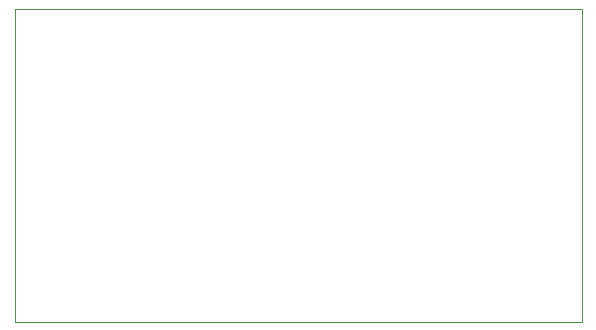
<source format=gbr>
%TF.GenerationSoftware,KiCad,Pcbnew,7.0.1*%
%TF.CreationDate,2023-06-23T15:29:10-04:00*%
%TF.ProjectId,reference-25mhz,72656665-7265-46e6-9365-2d32356d687a,rev?*%
%TF.SameCoordinates,Original*%
%TF.FileFunction,Profile,NP*%
%FSLAX46Y46*%
G04 Gerber Fmt 4.6, Leading zero omitted, Abs format (unit mm)*
G04 Created by KiCad (PCBNEW 7.0.1) date 2023-06-23 15:29:10*
%MOMM*%
%LPD*%
G01*
G04 APERTURE LIST*
%TA.AperFunction,Profile*%
%ADD10C,0.100000*%
%TD*%
G04 APERTURE END LIST*
D10*
X72500000Y-119500000D02*
X120500000Y-119500000D01*
X120500000Y-146000000D01*
X72500000Y-146000000D01*
X72500000Y-119500000D01*
M02*

</source>
